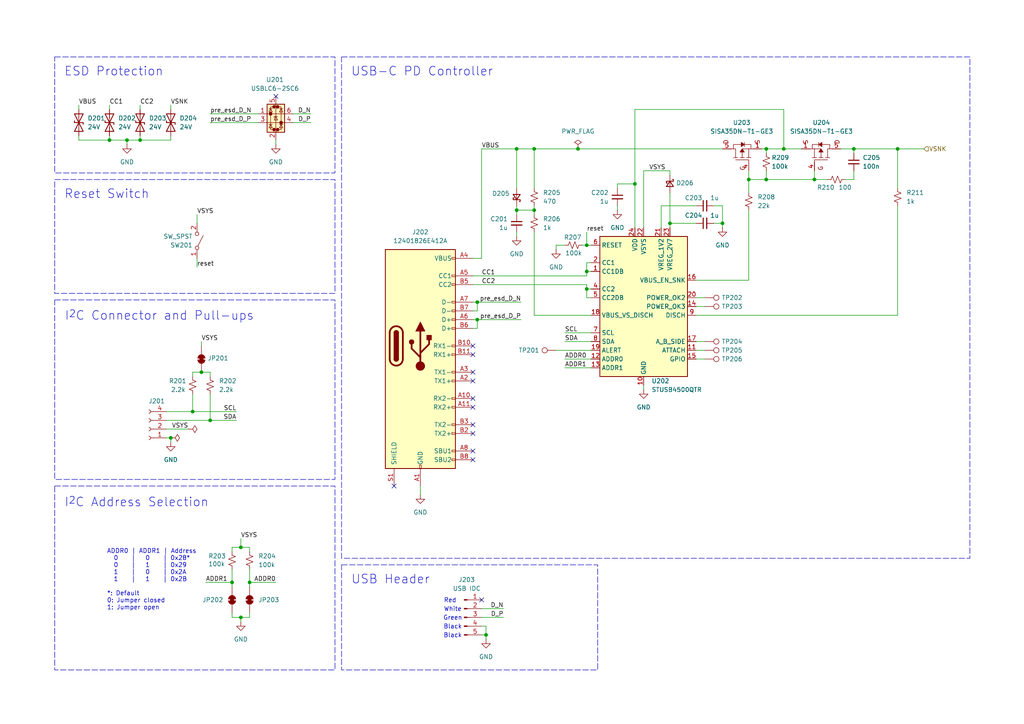
<source format=kicad_sch>
(kicad_sch (version 20231120) (generator "eeschema") (generator_version "8.0")
  (paper "A4")
  (title_block (date "2024-10-27") (rev "0.1.0") (company "University of Wisconsin-Platteville") (comment 1 "Nicholas Loehrke"))
  (lib_symbols
    (symbol "12401826E412A:USB_C_Receptacle" (pin_names (offset 1.016))
      (property "Reference" "J201" (at 0 33.02 0))
      (property "Value" "12401826E412A" (at 0 30.48 0))
      (symbol "USB_C_Receptacle_0_0"
        (rectangle (start -0.254 -35.56) (end 0.254 -34.544))
        (rectangle (start 10.16 -32.766) (end 9.144 -33.274))
        (rectangle (start 10.16 -30.226) (end 9.144 -30.734))
        (rectangle (start 10.16 -25.146) (end 9.144 -25.654))
        (rectangle (start 10.16 -22.606) (end 9.144 -23.114))
        (rectangle (start 10.16 -17.526) (end 9.144 -18.034))
        (rectangle (start 10.16 -14.986) (end 9.144 -15.494))
        (rectangle (start 10.16 -9.906) (end 9.144 -10.414))
        (rectangle (start 10.16 -7.366) (end 9.144 -7.874))
        (rectangle (start 10.16 -2.286) (end 9.144 -2.794))
        (rectangle (start 10.16 0.254) (end 9.144 -0.254))
        (rectangle (start 10.16 5.334) (end 9.144 4.826))
        (rectangle (start 10.16 7.874) (end 9.144 7.366))
        (rectangle (start 10.16 10.414) (end 9.144 9.906))
        (rectangle (start 10.16 12.954) (end 9.144 12.446))
        (rectangle (start 10.16 18.034) (end 9.144 17.526))
        (rectangle (start 10.16 20.574) (end 9.144 20.066))
        (rectangle (start 10.16 25.654) (end 9.144 25.146))
      )
      (symbol "USB_C_Receptacle_0_1"
        (rectangle (start -10.16 27.94) (end 10.16 -35.56) (stroke (width 0.254)) (fill (type background)))
        (arc (start -8.89 -3.81) (mid -6.985 -5.7067) (end -5.08 -3.81) (stroke (width 0.508)))
        (arc (start -7.62 -3.81) (mid -6.985 -4.4423) (end -6.35 -3.81) (stroke (width 0.254)))
        (arc (start -7.62 -3.81) (mid -6.985 -4.4423) (end -6.35 -3.81) (stroke (width 0.254)) (fill (type outline)))
        (rectangle (start -7.62 -3.81) (end -6.35 3.81) (stroke (width 0.254)) (fill (type outline)))
        (arc (start -6.35 3.81) (mid -6.985 4.4423) (end -7.62 3.81) (stroke (width 0.254)))
        (arc (start -6.35 3.81) (mid -6.985 4.4423) (end -7.62 3.81) (stroke (width 0.254)) (fill (type outline)))
        (arc (start -5.08 3.81) (mid -6.985 5.7067) (end -8.89 3.81) (stroke (width 0.508)))
        (polyline (pts (xy -8.89 -3.81) (xy -8.89 3.81)) (stroke (width 0.508)))
        (polyline (pts (xy -5.08 3.81) (xy -5.08 -3.81)) (stroke (width 0.508)))
      )
      (symbol "USB_C_Receptacle_1_1"
        (circle (center -2.54 1.143) (radius 0.635) (stroke (width 0.254)) (fill (type outline)))
        (circle (center 0 -5.842) (radius 1.27) (fill (type outline)))
        (polyline (pts (xy 0 -5.842) (xy 0 4.318)) (stroke (width 0.508)))
        (polyline (pts (xy 0 -3.302) (xy -2.54 -0.762) (xy -2.54 0.508)) (stroke (width 0.508)))
        (polyline (pts (xy 0 -2.032) (xy 2.54 0.508) (xy 2.54 1.778)) (stroke (width 0.508)))
        (polyline (pts (xy -1.27 4.318) (xy 0 6.858) (xy 1.27 4.318) (xy -1.27 4.318)) (stroke (width 0.254)) (fill (type outline)))
        (rectangle (start 1.905 1.778) (end 3.175 3.048) (stroke (width 0.254)) (fill (type outline)))
        (pin passive line (at 0 -40.64 90) (length 5.08) (name "GND") (number "A1"))
        (pin bidirectional line (at 15.24 -15.24 180) (length 5.08) (name "RX2-") (number "A10"))
        (pin bidirectional line (at 15.24 -17.78 180) (length 5.08) (name "RX2+") (number "A11"))
        (pin passive line (at 0 -40.64 90) (length 5.08) hide (name "GND") (number "A12"))
        (pin bidirectional line (at 15.24 -10.16 180) (length 5.08) (name "TX1+") (number "A2"))
        (pin bidirectional line (at 15.24 -7.62 180) (length 5.08) (name "TX1-") (number "A3"))
        (pin passive line (at 15.24 25.4 180) (length 5.08) (name "VBUS") (number "A4"))
        (pin bidirectional line (at 15.24 20.32 180) (length 5.08) (name "CC1") (number "A5"))
        (pin bidirectional line (at 15.24 7.62 180) (length 5.08) (name "D+") (number "A6"))
        (pin bidirectional line (at 15.24 12.7 180) (length 5.08) (name "D-") (number "A7"))
        (pin bidirectional line (at 15.24 -30.48 180) (length 5.08) (name "SBU1") (number "A8"))
        (pin passive line (at 15.24 25.4 180) (length 5.08) hide (name "VBUS") (number "A9"))
        (pin passive line (at 0 -40.64 90) (length 5.08) hide (name "GND") (number "B1"))
        (pin bidirectional line (at 15.24 0 180) (length 5.08) (name "RX1-") (number "B10"))
        (pin bidirectional line (at 15.24 -2.54 180) (length 5.08) (name "RX1+") (number "B11"))
        (pin passive line (at 0 -40.64 90) (length 5.08) hide (name "GND") (number "B12"))
        (pin bidirectional line (at 15.24 -25.4 180) (length 5.08) (name "TX2+") (number "B2"))
        (pin bidirectional line (at 15.24 -22.86 180) (length 5.08) (name "TX2-") (number "B3"))
        (pin passive line (at 15.24 25.4 180) (length 5.08) hide (name "VBUS") (number "B4"))
        (pin bidirectional line (at 15.24 17.78 180) (length 5.08) (name "CC2") (number "B5"))
        (pin bidirectional line (at 15.24 5.08 180) (length 5.08) (name "D+") (number "B6"))
        (pin bidirectional line (at 15.24 10.16 180) (length 5.08) (name "D-") (number "B7"))
        (pin bidirectional line (at 15.24 -33.02 180) (length 5.08) (name "SBU2") (number "B8"))
        (pin passive line (at 15.24 25.4 180) (length 5.08) hide (name "VBUS") (number "B9"))
        (pin passive line (at -7.62 -40.64 90) (length 5.08) (name "SHIELD") (number "S1"))
      )
    )
    (symbol "Connector:Conn_01x04_Socket" (pin_names (offset 1.016) hide)
      (property "Reference" "J" (at 0 5.08 0))
      (property "Value" "Conn_01x04_Socket" (at 0 -7.62 0))
      (symbol "Conn_01x04_Socket_1_1"
        (arc (start 0 -4.572) (mid -0.5058 -5.08) (end 0 -5.588) (stroke (width 0.1524)))
        (arc (start 0 -2.032) (mid -0.5058 -2.54) (end 0 -3.048) (stroke (width 0.1524)))
        (polyline (pts (xy -1.27 -5.08) (xy -0.508 -5.08)) (stroke (width 0.1524)))
        (polyline (pts (xy -1.27 -2.54) (xy -0.508 -2.54)) (stroke (width 0.1524)))
        (polyline (pts (xy -1.27 0) (xy -0.508 0)) (stroke (width 0.1524)))
        (polyline (pts (xy -1.27 2.54) (xy -0.508 2.54)) (stroke (width 0.1524)))
        (arc (start 0 0.508) (mid -0.5058 0) (end 0 -0.508) (stroke (width 0.1524)))
        (arc (start 0 3.048) (mid -0.5058 2.54) (end 0 2.032) (stroke (width 0.1524)))
        (pin passive line (at -5.08 2.54 0) (length 3.81) (name "Pin_1") (number "1"))
        (pin passive line (at -5.08 0 0) (length 3.81) (name "Pin_2") (number "2"))
        (pin passive line (at -5.08 -2.54 0) (length 3.81) (name "Pin_3") (number "3"))
        (pin passive line (at -5.08 -5.08 0) (length 3.81) (name "Pin_4") (number "4"))
      )
    )
    (symbol "Connector:Conn_01x05_Pin" (pin_names (offset 1.016) hide)
      (property "Reference" "J" (at 0 7.62 0))
      (property "Value" "Conn_01x05_Pin" (at 0 -7.62 0))
      (symbol "Conn_01x05_Pin_1_1"
        (polyline (pts (xy 1.27 -5.08) (xy 0.8636 -5.08)) (stroke (width 0.1524)))
        (polyline (pts (xy 1.27 -2.54) (xy 0.8636 -2.54)) (stroke (width 0.1524)))
        (polyline (pts (xy 1.27 0) (xy 0.8636 0)) (stroke (width 0.1524)))
        (polyline (pts (xy 1.27 2.54) (xy 0.8636 2.54)) (stroke (width 0.1524)))
        (polyline (pts (xy 1.27 5.08) (xy 0.8636 5.08)) (stroke (width 0.1524)))
        (rectangle (start 0.8636 -4.953) (end 0 -5.207) (stroke (width 0.1524)) (fill (type outline)))
        (rectangle (start 0.8636 -2.413) (end 0 -2.667) (stroke (width 0.1524)) (fill (type outline)))
        (rectangle (start 0.8636 0.127) (end 0 -0.127) (stroke (width 0.1524)) (fill (type outline)))
        (rectangle (start 0.8636 2.667) (end 0 2.413) (stroke (width 0.1524)) (fill (type outline)))
        (rectangle (start 0.8636 5.207) (end 0 4.953) (stroke (width 0.1524)) (fill (type outline)))
        (pin passive line (at 5.08 5.08 180) (length 3.81) (name "Pin_1") (number "1"))
        (pin passive line (at 5.08 2.54 180) (length 3.81) (name "Pin_2") (number "2"))
        (pin passive line (at 5.08 0 180) (length 3.81) (name "Pin_3") (number "3"))
        (pin passive line (at 5.08 -2.54 180) (length 3.81) (name "Pin_4") (number "4"))
        (pin passive line (at 5.08 -5.08 180) (length 3.81) (name "Pin_5") (number "5"))
      )
    )
    (symbol "Connector:TestPoint" (pin_numbers hide) (pin_names (offset 0.762) hide)
      (property "Reference" "TP" (at 0 6.858 0))
      (property "Value" "TestPoint" (at 0 5.08 0))
      (symbol "TestPoint_0_1"
        (circle (center 0 3.302) (radius 0.762))
      )
      (symbol "TestPoint_1_1"
        (pin passive line (at 0 0 90) (length 2.54) (name "1") (number "1"))
      )
    )
    (symbol "Device:C_Small" (pin_numbers hide) (pin_names (offset 0.254) hide)
      (property "Reference" "C" (at 0.254 1.778 0))
      (property "Value" "C_Small" (at 0.254 -2.032 0))
      (symbol "C_Small_0_1"
        (polyline (pts (xy -1.524 -0.508) (xy 1.524 -0.508)) (stroke (width 0.3302)))
        (polyline (pts (xy -1.524 0.508) (xy 1.524 0.508)) (stroke (width 0.3048)))
      )
      (symbol "C_Small_1_1"
        (pin passive line (at 0 2.54 270) (length 2.032) (name "~") (number "1"))
        (pin passive line (at 0 -2.54 90) (length 2.032) (name "~") (number "2"))
      )
    )
    (symbol "Device:D_Schottky_Small" (pin_numbers hide) (pin_names (offset 0.254) hide)
      (property "Reference" "D" (at -1.27 2.032 0))
      (property "Value" "D_Schottky_Small" (at -7.112 -2.032 0))
      (symbol "D_Schottky_Small_0_1"
        (polyline (pts (xy -0.762 0) (xy 0.762 0)))
        (polyline (pts (xy 0.762 -1.016) (xy -0.762 0) (xy 0.762 1.016) (xy 0.762 -1.016)) (stroke (width 0.254)))
        (polyline (pts (xy -1.27 0.762) (xy -1.27 1.016) (xy -0.762 1.016) (xy -0.762 -1.016) (xy -0.254 -1.016) (xy -0.254 -0.762)) (stroke (width 0.254)))
      )
      (symbol "D_Schottky_Small_1_1"
        (pin passive line (at -2.54 0 0) (length 1.778) (name "K") (number "1"))
        (pin passive line (at 2.54 0 180) (length 1.778) (name "A") (number "2"))
      )
    )
    (symbol "Device:D_TVS" (pin_numbers hide) (pin_names (offset 1.016) hide)
      (property "Reference" "D" (at 0 2.54 0))
      (property "Value" "D_TVS" (at 0 -2.54 0))
      (symbol "D_TVS_0_1"
        (polyline (pts (xy 1.27 0) (xy -1.27 0)))
        (polyline (pts (xy 0.508 1.27) (xy 0 1.27) (xy 0 -1.27) (xy -0.508 -1.27)) (stroke (width 0.254)))
        (polyline (pts (xy -2.54 1.27) (xy -2.54 -1.27) (xy 2.54 1.27) (xy 2.54 -1.27) (xy -2.54 1.27)) (stroke (width 0.254)))
      )
      (symbol "D_TVS_1_1"
        (pin passive line (at -3.81 0 0) (length 2.54) (name "A1") (number "1"))
        (pin passive line (at 3.81 0 180) (length 2.54) (name "A2") (number "2"))
      )
    )
    (symbol "Device:R_Small_US" (pin_numbers hide) (pin_names (offset 0.254) hide)
      (property "Reference" "R" (at 0.762 0.508 0))
      (property "Value" "R_Small_US" (at 0.762 -1.016 0))
      (symbol "R_Small_US_1_1"
        (polyline (pts (xy 0 0) (xy 1.016 -0.381) (xy 0 -0.762) (xy -1.016 -1.143) (xy 0 -1.524)))
        (polyline (pts (xy 0 1.524) (xy 1.016 1.143) (xy 0 0.762) (xy -1.016 0.381) (xy 0 0)))
        (pin passive line (at 0 2.54 270) (length 1.016) (name "~") (number "1"))
        (pin passive line (at 0 -2.54 90) (length 1.016) (name "~") (number "2"))
      )
    )
    (symbol "Jumper:SolderJumper_2_Bridged" (pin_numbers hide) (pin_names (offset 0) hide) (exclude_from_sim yes) (in_bom no)
      (property "Reference" "JP" (at 0 2.032 0))
      (property "Value" "SolderJumper_2_Bridged" (at 0 -2.54 0))
      (symbol "SolderJumper_2_Bridged_0_1"
        (rectangle (start -0.508 0.508) (end 0.508 -0.508) (fill (type outline)))
        (arc (start -0.254 1.016) (mid -1.2656 0) (end -0.254 -1.016))
        (arc (start -0.254 1.016) (mid -1.2656 0) (end -0.254 -1.016) (fill (type outline)))
        (polyline (pts (xy -0.254 1.016) (xy -0.254 -1.016)))
        (polyline (pts (xy 0.254 1.016) (xy 0.254 -1.016)))
        (arc (start 0.254 -1.016) (mid 1.2656 0) (end 0.254 1.016))
        (arc (start 0.254 -1.016) (mid 1.2656 0) (end 0.254 1.016) (fill (type outline)))
      )
      (symbol "SolderJumper_2_Bridged_1_1"
        (pin passive line (at -3.81 0 0) (length 2.54) (name "A") (number "1"))
        (pin passive line (at 3.81 0 180) (length 2.54) (name "B") (number "2"))
      )
    )
    (symbol "SISA35DN-T1-GE3:SISA35DN-T1-GE3"
      (property "Reference" "U" (at 5.842 -3.302 0))
      (property "MPN" "SISA35DN-T1-GE3" (at 14.224 -5.334 0))
      (symbol "SISA35DN-T1-GE3_0_1"
        (polyline (pts (xy 0 -6.985) (xy 0 -8.255)))
        (polyline (pts (xy 0 -5.715) (xy 1.905 -5.715)))
        (polyline (pts (xy 0 -5.08) (xy 0 -6.35)))
        (polyline (pts (xy 0 -3.175) (xy 0 -4.445)))
        (polyline (pts (xy 2.54 -8.89) (xy 2.54 -8.255)))
        (polyline (pts (xy 2.54 -3.175) (xy 2.54 -2.54)))
        (polyline (pts (xy 3.175 -5.08) (xy 4.445 -5.08)))
        (polyline (pts (xy -0.635 -7.62) (xy -0.635 -3.81) (xy -1.27 -3.81)))
        (polyline (pts (xy 0 -3.81) (xy 2.54 -3.81) (xy 2.54 -5.715)))
        (polyline (pts (xy 2.54 -8.255) (xy 2.54 -7.62) (xy 0 -7.62)))
        (polyline (pts (xy 2.54 -8.255) (xy 3.81 -8.255) (xy 3.81 -5.715)))
        (polyline (pts (xy 2.54 -5.715) (xy 1.6169 -6.3499) (xy 1.6169 -5.0799) (xy 2.54 -5.7024)) (fill (type outline)))
        (polyline (pts (xy 3.81 -5.08) (xy 3.81 -3.175) (xy 2.54 -3.175) (xy 2.54 -3.81)))
        (polyline (pts (xy 3.81 -5.08) (xy 4.4449 -6.0031) (xy 3.1749 -6.0031) (xy 3.7974 -5.08)) (fill (type outline)))
      )
      (symbol "SISA35DN-T1-GE3_1_1"
        (text "D" (at 4.572 -10.414 0) (effects (font (size 1.27 1.27))))
        (text "G" (at -3.048 -5.588 0) (effects (font (size 1.27 1.27))))
        (text "S" (at 4.572 -1.27 0) (effects (font (size 1.27 1.27))))
        (pin passive line (at 2.54 0 270) (length 2.54) (name "") (number "1"))
        (pin passive line (at 2.54 0 270) (length 2.54) hide (name "") (number "2"))
        (pin passive line (at 2.54 0 270) (length 2.54) hide (name "") (number "3"))
        (pin passive line (at -3.81 -3.81 0) (length 2.54) (name "") (number "4"))
        (pin passive line (at 2.54 -11.43 90) (length 2.54) (name "") (number "5"))
        (pin passive line (at 2.54 -11.43 90) (length 2.54) hide (name "") (number "6"))
        (pin passive line (at 2.54 -11.43 90) (length 2.54) hide (name "") (number "7"))
        (pin passive line (at 2.54 -11.43 90) (length 2.54) hide (name "") (number "8"))
      )
    )
    (symbol "SISA35DN-T1-GE3_1"
      (property "Reference" "U" (at 5.842 -3.302 0))
      (property "MPN" "SISA35DN-T1-GE3" (at 14.224 -5.334 0))
      (symbol "SISA35DN-T1-GE3_1_0_1"
        (polyline (pts (xy 0 -6.985) (xy 0 -8.255)))
        (polyline (pts (xy 0 -5.715) (xy 1.905 -5.715)))
        (polyline (pts (xy 0 -5.08) (xy 0 -6.35)))
        (polyline (pts (xy 0 -3.175) (xy 0 -4.445)))
        (polyline (pts (xy 2.54 -8.89) (xy 2.54 -8.255)))
        (polyline (pts (xy 2.54 -3.175) (xy 2.54 -2.54)))
        (polyline (pts (xy 3.175 -5.08) (xy 4.445 -5.08)))
        (polyline (pts (xy -0.635 -7.62) (xy -0.635 -3.81) (xy -1.27 -3.81)))
        (polyline (pts (xy 0 -3.81) (xy 2.54 -3.81) (xy 2.54 -5.715)))
        (polyline (pts (xy 2.54 -8.255) (xy 2.54 -7.62) (xy 0 -7.62)))
        (polyline (pts (xy 2.54 -8.255) (xy 3.81 -8.255) (xy 3.81 -5.715)))
        (polyline (pts (xy 2.54 -5.715) (xy 1.6169 -6.3499) (xy 1.6169 -5.0799) (xy 2.54 -5.7024)) (fill (type outline)))
        (polyline (pts (xy 3.81 -5.08) (xy 3.81 -3.175) (xy 2.54 -3.175) (xy 2.54 -3.81)))
        (polyline (pts (xy 3.81 -5.08) (xy 4.4449 -6.0031) (xy 3.1749 -6.0031) (xy 3.7974 -5.08)) (fill (type outline)))
      )
      (symbol "SISA35DN-T1-GE3_1_1_1"
        (text "D" (at 4.572 -10.414 0) (effects (font (size 1.27 1.27))))
        (text "G" (at -3.048 -5.588 0) (effects (font (size 1.27 1.27))))
        (text "S" (at 4.572 -1.27 0) (effects (font (size 1.27 1.27))))
        (pin passive line (at 2.54 0 270) (length 2.54) (name "") (number "1"))
        (pin passive line (at 2.54 0 270) (length 2.54) hide (name "") (number "2"))
        (pin passive line (at 2.54 0 270) (length 2.54) hide (name "") (number "3"))
        (pin passive line (at -3.81 -3.81 0) (length 2.54) (name "") (number "4"))
        (pin passive line (at 2.54 -11.43 90) (length 2.54) (name "") (number "5"))
        (pin passive line (at 2.54 -11.43 90) (length 2.54) hide (name "") (number "6"))
        (pin passive line (at 2.54 -11.43 90) (length 2.54) hide (name "") (number "7"))
        (pin passive line (at 2.54 -11.43 90) (length 2.54) hide (name "") (number "8"))
      )
    )
    (symbol "STUSB4500QTR:STUSB4500QTR"
      (property "Reference" "U" (at -12.7 21.59 0))
      (property "Value" "STUSB4500QTR" (at 8.89 -21.59 0))
      (symbol "STUSB4500QTR_0_1"
        (rectangle (start -12.7 20.32) (end 12.7 -20.32) (stroke (width 0.254)) (fill (type background)))
      )
      (symbol "STUSB4500QTR_1_1"
        (pin bidirectional line (at -15.24 10.16 0) (length 2.54) (name "CC1DB") (number "1"))
        (pin power_in line (at 0 -22.86 90) (length 2.54) (name "GND") (number "10"))
        (pin open_collector line (at 15.24 -12.7 180) (length 2.54) (name "ATTACH") (number "11"))
        (pin input line (at -15.24 -15.24 0) (length 2.54) (name "ADDR0") (number "12"))
        (pin input line (at -15.24 -17.78 0) (length 2.54) (name "ADDR1") (number "13"))
        (pin open_collector line (at 15.24 0 180) (length 2.54) (name "POWER_OK3") (number "14"))
        (pin open_collector line (at 15.24 -15.24 180) (length 2.54) (name "GPIO") (number "15"))
        (pin open_collector line (at 15.24 7.62 180) (length 2.54) (name "VBUS_EN_SNK") (number "16"))
        (pin open_collector line (at 15.24 -10.16 180) (length 2.54) (name "A_B_SIDE") (number "17"))
        (pin input line (at -15.24 -2.54 0) (length 2.54) (name "VBUS_VS_DISCH") (number "18"))
        (pin open_collector line (at -15.24 -12.7 0) (length 2.54) (name "ALERT") (number "19"))
        (pin bidirectional line (at -15.24 12.7 0) (length 2.54) (name "CC1") (number "2"))
        (pin open_collector line (at 15.24 2.54 180) (length 2.54) (name "POWER_OK2") (number "20"))
        (pin power_out line (at 5.08 22.86 270) (length 2.54) (name "VREG_1V2") (number "21"))
        (pin power_in line (at 0 22.86 270) (length 2.54) (name "VSYS") (number "22"))
        (pin power_out line (at 7.62 22.86 270) (length 2.54) (name "VREG_2V7") (number "23"))
        (pin power_in line (at -2.54 22.86 270) (length 2.54) (name "VDD") (number "24"))
        (pin passive line (at 0 -22.86 90) (length 2.54) hide (name "GND") (number "25"))
        (pin no_connect line (at -12.7 15.24 0) (length 2.54) hide (name "NC") (number "3"))
        (pin bidirectional line (at -15.24 5.08 0) (length 2.54) (name "CC2") (number "4"))
        (pin bidirectional line (at -15.24 2.54 0) (length 2.54) (name "CC2DB") (number "5"))
        (pin input line (at -15.24 17.78 0) (length 2.54) (name "RESET") (number "6"))
        (pin input line (at -15.24 -7.62 0) (length 2.54) (name "SCL") (number "7"))
        (pin bidirectional line (at -15.24 -10.16 0) (length 2.54) (name "SDA") (number "8"))
        (pin bidirectional line (at 15.24 -2.54 180) (length 2.54) (name "DISCH") (number "9"))
      )
    )
    (symbol "Switch:SW_SPST" (pin_names (offset 0) hide)
      (property "Reference" "SW" (at 0 3.175 0))
      (property "Value" "SW_SPST" (at 0 -2.54 0))
      (symbol "SW_SPST_0_0"
        (circle (center -2.032 0) (radius 0.508))
        (polyline (pts (xy -1.524 0.254) (xy 1.524 1.778)))
        (circle (center 2.032 0) (radius 0.508))
      )
      (symbol "SW_SPST_1_1"
        (pin passive line (at -5.08 0 0) (length 2.54) (name "A") (number "1"))
        (pin passive line (at 5.08 0 180) (length 2.54) (name "B") (number "2"))
      )
    )
    (symbol "USBLC6-2SC6:USBLC6-2SC6" (pin_names hide)
      (property "Reference" "U" (at 0.635 5.715 0))
      (property "Value" "USBLC6-2SC6" (at 0.635 3.81 0))
      (symbol "USBLC6-2SC6_0_0"
        (circle (center -1.524 0) (radius 0.0001) (stroke (width 0.508)))
        (circle (center -0.508 -4.572) (radius 0.0001) (stroke (width 0.508)))
        (circle (center -0.508 2.032) (radius 0.0001) (stroke (width 0.508)))
        (circle (center 0.508 -4.572) (radius 0.0001) (stroke (width 0.508)))
        (circle (center 0.508 2.032) (radius 0.0001) (stroke (width 0.508)))
        (circle (center 1.524 -2.54) (radius 0.0001) (stroke (width 0.508)))
      )
      (symbol "USBLC6-2SC6_0_1"
        (polyline (pts (xy -2.54 -2.54) (xy 2.54 -2.54)))
        (polyline (pts (xy -2.54 0) (xy 2.54 0)))
        (polyline (pts (xy -2.032 -3.048) (xy -1.016 -3.048)))
        (polyline (pts (xy -1.016 1.524) (xy -2.032 1.524)))
        (polyline (pts (xy 1.016 -3.048) (xy 2.032 -3.048)))
        (polyline (pts (xy 1.016 1.524) (xy 2.032 1.524)))
        (polyline (pts (xy -0.508 -1.143) (xy -0.508 -0.762) (xy 0.508 -0.762)))
        (polyline (pts (xy -2.032 0.508) (xy -1.016 0.508) (xy -1.524 1.524) (xy -2.032 0.508)))
        (polyline (pts (xy -1.016 -4.064) (xy -2.032 -4.064) (xy -1.524 -3.048) (xy -1.016 -4.064)))
        (polyline (pts (xy 0.508 -1.778) (xy -0.508 -1.778) (xy 0 -0.762) (xy 0.508 -1.778)))
        (polyline (pts (xy 2.032 -4.064) (xy 1.016 -4.064) (xy 1.524 -3.048) (xy 2.032 -4.064)))
        (polyline (pts (xy 2.032 0.508) (xy 1.016 0.508) (xy 1.524 1.524) (xy 2.032 0.508)))
        (polyline (pts (xy 0 2.54) (xy -0.508 2.032) (xy 0.508 2.032) (xy 0 1.524) (xy 0 -4.064) (xy -0.508 -4.572) (xy 0.508 -4.572) (xy 0 -5.08)))
      )
      (symbol "USBLC6-2SC6_1_1"
        (rectangle (start -2.54 2.794) (end 2.54 -5.334) (stroke (width 0.254)) (fill (type background)))
        (polyline (pts (xy -0.508 2.032) (xy -1.524 2.032) (xy -1.524 -4.572) (xy -0.508 -4.572)))
        (polyline (pts (xy 0.508 -4.572) (xy 1.524 -4.572) (xy 1.524 2.032) (xy 0.508 2.032)))
        (pin passive line (at -5.08 0 0) (length 2.54) (name "I/O1") (number "1"))
        (pin passive line (at 0 -7.62 90) (length 2.54) (name "GND") (number "2"))
        (pin passive line (at -5.08 -2.54 0) (length 2.54) (name "I/O2") (number "3"))
        (pin passive line (at 5.08 -2.54 180) (length 2.54) (name "I/O2") (number "4"))
        (pin passive line (at 0 5.08 270) (length 2.54) (name "VBUS") (number "5"))
        (pin passive line (at 5.08 0 180) (length 2.54) (name "I/O1") (number "6"))
      )
    )
    (symbol "power:GND" (power) (pin_numbers hide) (pin_names (offset 0) hide)
      (property "Value" "GND" (at 0 -3.81 0))
      (symbol "GND_0_1"
        (polyline (pts (xy 0 0) (xy 0 -1.27) (xy 1.27 -1.27) (xy 0 -2.54) (xy -1.27 -1.27) (xy 0 -1.27)))
      )
      (symbol "GND_1_1"
        (pin power_in line (at 0 0 270) (length 0) (name "~") (number "1"))
      )
    )
    (symbol "power:PWR_FLAG" (power) (pin_numbers hide) (pin_names (offset 0) hide)
      (property "Value" "PWR_FLAG" (at 0 3.81 0))
      (symbol "PWR_FLAG_0_0"
        (pin power_out line (at 0 0 90) (length 0) (name "~") (number "1"))
      )
      (symbol "PWR_FLAG_0_1"
        (polyline (pts (xy 0 0) (xy 0 1.27) (xy -1.016 1.905) (xy 0 2.54) (xy 1.016 1.905) (xy 0 1.27)))
      )
    )
  )
  (junction (at 222.25 43.18))
  (junction (at 247.65 43.18))
  (junction (at 49.53 127))
  (junction (at 184.15 53.34))
  (junction (at 222.25 52.07))
  (junction (at 138.43 92.71))
  (junction (at 170.18 71.12))
  (junction (at 149.86 43.18))
  (junction (at 60.96 121.92))
  (junction (at 72.39 168.91))
  (junction (at 36.83 40.64))
  (junction (at 69.85 179.07))
  (junction (at 167.64 43.18))
  (junction (at 149.86 60.96))
  (junction (at 170.18 78.74))
  (junction (at 154.94 60.96))
  (junction (at 170.18 83.82))
  (junction (at 40.64 40.64))
  (junction (at 217.17 52.07))
  (junction (at 67.31 168.91))
  (junction (at 69.85 158.75))
  (junction (at 209.55 64.77))
  (junction (at 236.22 52.07))
  (junction (at 140.97 184.15))
  (junction (at 227.33 43.18))
  (junction (at 58.42 107.95))
  (junction (at 31.75 40.64))
  (junction (at 55.88 119.38))
  (junction (at 154.94 43.18))
  (junction (at 194.31 64.77))
  (junction (at 138.43 87.63))
  (junction (at 260.35 43.18))
  (no_connect (at 137.16 123.19))
  (no_connect (at 137.16 133.35))
  (no_connect (at 137.16 107.95))
  (no_connect (at 137.16 118.11))
  (no_connect (at 137.16 110.49))
  (no_connect (at 137.16 100.33))
  (no_connect (at 114.3 140.97))
  (no_connect (at 139.7 173.99))
  (no_connect (at 137.16 130.81))
  (no_connect (at 137.16 115.57))
  (no_connect (at 137.16 125.73))
  (no_connect (at 137.16 102.87))
  (no_connect (at 80.01 27.94))
  (wire (pts (xy 149.86 67.31) (xy 149.86 68.58)))
  (wire (pts (xy 161.29 101.6) (xy 171.45 101.6)))
  (wire (pts (xy 247.65 43.18) (xy 247.65 44.45)))
  (wire (pts (xy 55.88 119.38) (xy 48.26 119.38)))
  (wire (pts (xy 146.05 179.07) (xy 139.7 179.07)))
  (wire (pts (xy 260.35 43.18) (xy 267.97 43.18)))
  (wire (pts (xy 137.16 82.55) (xy 170.18 82.55)))
  (wire (pts (xy 67.31 165.1) (xy 67.31 168.91)))
  (wire (pts (xy 149.86 60.96) (xy 149.86 62.23)))
  (wire (pts (xy 72.39 158.75) (xy 72.39 160.02)))
  (wire (pts (xy 161.29 72.39) (xy 161.29 71.12)))
  (wire (pts (xy 137.16 80.01) (xy 170.18 80.01)))
  (wire (pts (xy 186.69 49.53) (xy 194.31 49.53)))
  (wire (pts (xy 72.39 177.8) (xy 72.39 179.07)))
  (wire (pts (xy 170.18 71.12) (xy 171.45 71.12)))
  (wire (pts (xy 49.53 30.48) (xy 49.53 31.75)))
  (wire (pts (xy 201.93 59.69) (xy 191.77 59.69)))
  (wire (pts (xy 140.97 181.61) (xy 140.97 184.15)))
  (wire (pts (xy 90.17 35.56) (xy 85.09 35.56)))
  (wire (pts (xy 201.93 91.44) (xy 260.35 91.44)))
  (wire (pts (xy 163.83 99.06) (xy 171.45 99.06)))
  (wire (pts (xy 67.31 160.02) (xy 67.31 158.75)))
  (wire (pts (xy 72.39 168.91) (xy 72.39 170.18)))
  (wire (pts (xy 74.93 33.02) (xy 60.96 33.02)))
  (wire (pts (xy 247.65 43.18) (xy 260.35 43.18)))
  (wire (pts (xy 170.18 82.55) (xy 170.18 83.82)))
  (wire (pts (xy 137.16 92.71) (xy 138.43 92.71)))
  (wire (pts (xy 48.26 127) (xy 49.53 127)))
  (wire (pts (xy 137.16 87.63) (xy 138.43 87.63)))
  (wire (pts (xy 149.86 43.18) (xy 154.94 43.18)))
  (wire (pts (xy 247.65 52.07) (xy 245.11 52.07)))
  (wire (pts (xy 170.18 80.01) (xy 170.18 78.74)))
  (wire (pts (xy 217.17 52.07) (xy 222.25 52.07)))
  (wire (pts (xy 171.45 76.2) (xy 170.18 76.2)))
  (wire (pts (xy 67.31 158.75) (xy 69.85 158.75)))
  (wire (pts (xy 186.69 111.76) (xy 186.69 113.03)))
  (wire (pts (xy 163.83 106.68) (xy 171.45 106.68)))
  (wire (pts (xy 31.75 30.48) (xy 31.75 31.75)))
  (wire (pts (xy 72.39 165.1) (xy 72.39 168.91)))
  (wire (pts (xy 31.75 39.37) (xy 31.75 40.64)))
  (wire (pts (xy 222.25 43.18) (xy 222.25 44.45)))
  (wire (pts (xy 227.33 31.75) (xy 227.33 43.18)))
  (wire (pts (xy 201.93 99.06) (xy 204.47 99.06)))
  (wire (pts (xy 186.69 49.53) (xy 186.69 66.04)))
  (wire (pts (xy 138.43 87.63) (xy 138.43 90.17)))
  (wire (pts (xy 161.29 71.12) (xy 163.83 71.12)))
  (wire (pts (xy 139.7 43.18) (xy 149.86 43.18)))
  (wire (pts (xy 154.94 59.69) (xy 154.94 60.96)))
  (wire (pts (xy 154.94 67.31) (xy 154.94 91.44)))
  (wire (pts (xy 146.05 176.53) (xy 139.7 176.53)))
  (wire (pts (xy 167.64 43.18) (xy 209.55 43.18)))
  (wire (pts (xy 138.43 92.71) (xy 138.43 95.25)))
  (wire (pts (xy 222.25 43.18) (xy 227.33 43.18)))
  (wire (pts (xy 222.25 52.07) (xy 236.22 52.07)))
  (wire (pts (xy 22.86 40.64) (xy 31.75 40.64)))
  (wire (pts (xy 68.58 121.92) (xy 60.96 121.92)))
  (wire (pts (xy 260.35 91.44) (xy 260.35 59.69)))
  (wire (pts (xy 40.64 39.37) (xy 40.64 40.64)))
  (wire (pts (xy 209.55 64.77) (xy 209.55 66.04)))
  (wire (pts (xy 36.83 40.64) (xy 36.83 41.91)))
  (wire (pts (xy 220.98 43.18) (xy 222.25 43.18)))
  (wire (pts (xy 194.31 50.8) (xy 194.31 49.53)))
  (wire (pts (xy 59.69 168.91) (xy 67.31 168.91)))
  (wire (pts (xy 60.96 114.3) (xy 60.96 121.92)))
  (wire (pts (xy 154.94 54.61) (xy 154.94 43.18)))
  (wire (pts (xy 138.43 90.17) (xy 137.16 90.17)))
  (wire (pts (xy 72.39 168.91) (xy 80.01 168.91)))
  (wire (pts (xy 149.86 60.96) (xy 154.94 60.96)))
  (wire (pts (xy 201.93 104.14) (xy 204.47 104.14)))
  (wire (pts (xy 31.75 40.64) (xy 36.83 40.64)))
  (wire (pts (xy 217.17 49.53) (xy 217.17 52.07)))
  (wire (pts (xy 58.42 99.06) (xy 58.42 100.33)))
  (wire (pts (xy 163.83 96.52) (xy 171.45 96.52)))
  (wire (pts (xy 67.31 177.8) (xy 67.31 179.07)))
  (wire (pts (xy 69.85 179.07) (xy 72.39 179.07)))
  (wire (pts (xy 69.85 179.07) (xy 67.31 179.07)))
  (wire (pts (xy 121.92 140.97) (xy 121.92 143.51)))
  (wire (pts (xy 154.94 43.18) (xy 167.64 43.18)))
  (wire (pts (xy 149.86 59.69) (xy 149.86 60.96)))
  (wire (pts (xy 201.93 86.36) (xy 204.47 86.36)))
  (wire (pts (xy 138.43 95.25) (xy 137.16 95.25)))
  (wire (pts (xy 40.64 30.48) (xy 40.64 31.75)))
  (wire (pts (xy 60.96 35.56) (xy 74.93 35.56)))
  (wire (pts (xy 137.16 74.93) (xy 139.7 74.93)))
  (wire (pts (xy 49.53 127) (xy 49.53 128.27)))
  (wire (pts (xy 138.43 87.63) (xy 151.13 87.63)))
  (wire (pts (xy 139.7 74.93) (xy 139.7 43.18)))
  (wire (pts (xy 60.96 109.22) (xy 60.96 107.95)))
  (wire (pts (xy 22.86 30.48) (xy 22.86 31.75)))
  (wire (pts (xy 80.01 40.64) (xy 80.01 41.91)))
  (wire (pts (xy 69.85 158.75) (xy 72.39 158.75)))
  (wire (pts (xy 139.7 181.61) (xy 140.97 181.61)))
  (wire (pts (xy 22.86 39.37) (xy 22.86 40.64)))
  (wire (pts (xy 217.17 52.07) (xy 217.17 55.88)))
  (wire (pts (xy 69.85 179.07) (xy 69.85 180.34)))
  (wire (pts (xy 170.18 86.36) (xy 171.45 86.36)))
  (wire (pts (xy 55.88 109.22) (xy 55.88 107.95)))
  (wire (pts (xy 170.18 76.2) (xy 170.18 78.74)))
  (wire (pts (xy 227.33 43.18) (xy 232.41 43.18)))
  (wire (pts (xy 170.18 78.74) (xy 171.45 78.74)))
  (wire (pts (xy 68.58 119.38) (xy 55.88 119.38)))
  (wire (pts (xy 171.45 91.44) (xy 154.94 91.44)))
  (wire (pts (xy 57.15 77.47) (xy 57.15 74.93)))
  (wire (pts (xy 207.01 64.77) (xy 209.55 64.77)))
  (wire (pts (xy 260.35 43.18) (xy 260.35 54.61)))
  (wire (pts (xy 243.84 43.18) (xy 247.65 43.18)))
  (wire (pts (xy 207.01 59.69) (xy 209.55 59.69)))
  (wire (pts (xy 179.07 53.34) (xy 184.15 53.34)))
  (wire (pts (xy 138.43 92.71) (xy 151.13 92.71)))
  (wire (pts (xy 170.18 67.31) (xy 170.18 71.12)))
  (wire (pts (xy 201.93 101.6) (xy 204.47 101.6)))
  (wire (pts (xy 90.17 33.02) (xy 85.09 33.02)))
  (wire (pts (xy 55.88 114.3) (xy 55.88 119.38)))
  (wire (pts (xy 201.93 88.9) (xy 204.47 88.9)))
  (wire (pts (xy 36.83 40.64) (xy 40.64 40.64)))
  (wire (pts (xy 69.85 156.21) (xy 69.85 158.75)))
  (wire (pts (xy 184.15 31.75) (xy 227.33 31.75)))
  (wire (pts (xy 201.93 64.77) (xy 194.31 64.77)))
  (wire (pts (xy 191.77 59.69) (xy 191.77 66.04)))
  (wire (pts (xy 194.31 55.88) (xy 194.31 64.77)))
  (wire (pts (xy 57.15 62.23) (xy 57.15 64.77)))
  (wire (pts (xy 139.7 184.15) (xy 140.97 184.15)))
  (wire (pts (xy 168.91 71.12) (xy 170.18 71.12)))
  (wire (pts (xy 154.94 60.96) (xy 154.94 62.23)))
  (wire (pts (xy 67.31 168.91) (xy 67.31 170.18)))
  (wire (pts (xy 170.18 83.82) (xy 170.18 86.36)))
  (wire (pts (xy 201.93 81.28) (xy 217.17 81.28)))
  (wire (pts (xy 222.25 49.53) (xy 222.25 52.07)))
  (wire (pts (xy 60.96 121.92) (xy 48.26 121.92)))
  (wire (pts (xy 209.55 59.69) (xy 209.55 64.77)))
  (wire (pts (xy 217.17 81.28) (xy 217.17 60.96)))
  (wire (pts (xy 49.53 39.37) (xy 49.53 40.64)))
  (wire (pts (xy 179.07 54.61) (xy 179.07 53.34)))
  (wire (pts (xy 149.86 43.18) (xy 149.86 54.61)))
  (wire (pts (xy 179.07 59.69) (xy 179.07 60.96)))
  (wire (pts (xy 236.22 49.53) (xy 236.22 52.07)))
  (wire (pts (xy 236.22 52.07) (xy 240.03 52.07)))
  (wire (pts (xy 184.15 53.34) (xy 184.15 31.75)))
  (wire (pts (xy 40.64 40.64) (xy 49.53 40.64)))
  (wire (pts (xy 194.31 64.77) (xy 194.31 66.04)))
  (wire (pts (xy 163.83 104.14) (xy 171.45 104.14)))
  (wire (pts (xy 48.26 124.46) (xy 54.61 124.46)))
  (wire (pts (xy 247.65 49.53) (xy 247.65 52.07)))
  (wire (pts (xy 55.88 107.95) (xy 58.42 107.95)))
  (wire (pts (xy 140.97 184.15) (xy 140.97 185.42)))
  (wire (pts (xy 170.18 83.82) (xy 171.45 83.82)))
  (wire (pts (xy 184.15 53.34) (xy 184.15 66.04)))
  (wire (pts (xy 60.96 107.95) (xy 58.42 107.95)))
  (rectangle (start 15.875 16.51) (end 97.155 50.165) (stroke (width 0) (type dash)))
  (rectangle (start 15.875 86.995) (end 97.155 139.065) (stroke (width 0) (type dash)))
  (rectangle (start 15.875 140.97) (end 97.155 194.31) (stroke (width 0) (type dash)))
  (rectangle (start 99.06 163.83) (end 173.355 194.31) (stroke (width 0) (type dash)))
  (rectangle (start 99.06 16.51) (end 281.305 161.925) (stroke (width 0) (type dash)))
  (rectangle (start 15.875 52.07) (end 97.155 85.09) (stroke (width 0) (type dash)))
  (text "I^{2}C Connector and Pull-ups" (at 46.228 91.694 0) (effects (font (size 2.54 2.54))))
  (text "Black" (at 131.318 184.404 0) (effects (font (size 1.27 1.27))))
  (text "Green" (at 131.318 179.324 0) (effects (font (size 1.27 1.27))))
  (text "Reset Switch" (at 30.988 56.388 0) (effects (font (size 2.54 2.54))))
  (text "Red" (at 130.556 174.244 0) (effects (font (size 1.27 1.27))))
  (text "USB Header" (at 113.284 168.148 0) (effects (font (size 2.54 2.54))))
  (text "ESD Protection" (at 33.02 20.828 0) (effects (font (size 2.54 2.54))))
  (text "USB-C PD Controller" (at 122.428 20.828 0) (effects (font (size 2.54 2.54))))
  (text "I^{2}C Address Selection" (at 39.624 145.796 0) (effects (font (size 2.54 2.54))))
  (text "Black" (at 131.318 181.864 0) (effects (font (size 1.27 1.27))))
  (text "White" (at 131.318 176.784 0) (effects (font (size 1.27 1.27))))
  (text "ADDR0 | ADDR1 | Address\n  0    |   0    | 0x28*\n  0    |   1    | 0x29\n  1    |   0    | 0x2A\n  1    |   1    | 0x2B\n\n*: Default\n0: Jumper closed\n1: Jumper open" (at 30.988 168.148 0) (effects (font (size 1.27 1.27)) (justify left)))
  (label "ADDR1" (at 59.69 168.91 0))
  (label "pre_esd_D_N" (at 60.96 33.02 0))
  (label "ADDR0" (at 163.83 104.14 0))
  (label "pre_esd_D_P" (at 151.13 92.71 180))
  (label "ADDR1" (at 163.83 106.68 0))
  (label "SCL" (at 163.83 96.52 0))
  (label "CC1" (at 31.75 30.48 0))
  (label "D_P" (at 90.17 35.56 180))
  (label "VBUS" (at 139.7 43.18 0))
  (label "pre_esd_D_P" (at 60.96 35.56 0))
  (label "CC2" (at 40.64 30.48 0))
  (label "VSYS" (at 69.85 156.21 0))
  (label "D_P" (at 146.05 179.07 180))
  (label "SDA" (at 163.83 99.06 0))
  (label "CC2" (at 139.7 82.55 0))
  (label "pre_esd_D_N" (at 151.13 87.63 180))
  (label "VSYS" (at 193.04 49.53 180))
  (label "SDA" (at 68.58 121.92 180))
  (label "VBUS" (at 22.86 30.48 0))
  (label "CC1" (at 139.7 80.01 0))
  (label "VSYS" (at 57.15 62.23 0))
  (label "D_N" (at 90.17 33.02 180))
  (label "reset" (at 57.15 77.47 0))
  (label "SCL" (at 68.58 119.38 180))
  (label "D_N" (at 146.05 176.53 180))
  (label "VSYS" (at 54.61 124.46 180))
  (label "ADDR0" (at 80.01 168.91 180))
  (label "VSNK" (at 49.53 30.48 0))
  (label "VSYS" (at 58.42 99.06 0))
  (label "reset" (at 170.18 67.31 0))
  (hierarchical_label "VSNK" (shape input) (at 267.97 43.18 0))
  (symbol (lib_id "Device:D_TVS") (at 31.75 35.56 90) (unit 1)
    (property "Reference" "D202" (at 34.29 34.2899 90) (effects (justify right)))
    (property "Value" "24V" (at 34.29 36.8299 90) (effects (justify right)))
    (property "Description" "Bidirectional transient-voltage-suppression diode" (effects (hide yes)))
  )
  (symbol (lib_id "Device:C_Small") (at 204.47 64.77 90) (unit 1)
    (property "Reference" "C204" (at 201.168 62.484 90))
    (property "Value" "1u" (at 207.264 62.484 90))
    (property "Description" "Unpolarized capacitor, small symbol" (effects (hide yes)))
  )
  (symbol (lib_id "Device:R_Small_US") (at 55.88 111.76 0) (unit 1)
    (property "Reference" "R201" (at 54.102 110.49 0) (effects (justify right)))
    (property "Value" "2.2k" (at 53.848 113.03 0) (effects (justify right)))
    (property "Description" "Resistor, small US symbol" (effects (hide yes)))
  )
  (symbol (lib_id "Device:R_Small_US") (at 67.31 162.56 180) (unit 1)
    (property "Reference" "R203" (at 65.532 161.29 0) (effects (justify left)))
    (property "Value" "100k" (at 65.278 163.576 0) (effects (justify left)))
    (property "Description" "Resistor, small US symbol" (effects (hide yes)))
  )
  (symbol (lib_id "Device:C_Small") (at 149.86 64.77 0) (unit 1)
    (property "Reference" "C201" (at 147.32 63.5062 0) (effects (justify right)))
    (property "Value" "1u" (at 147.32 66.0462 0) (effects (justify right)))
    (property "Description" "Unpolarized capacitor, small symbol" (effects (hide yes)))
  )
  (symbol (lib_id "Device:D_Schottky_Small") (at 149.86 57.15 270) (mirror x) (unit 1)
    (property "Reference" "D205" (at 147.828 56.134 90) (effects (justify right)))
    (property "Value" "D_Schottky_Small" (effects (hide yes)))
    (property "Description" "Schottky diode, small symbol" (effects (hide yes)))
  )
  (symbol (lib_id "Connector:TestPoint") (at 204.47 104.14 270) (unit 1)
    (property "Reference" "TP206" (at 209.296 104.14 90) (effects (justify left)))
    (property "Value" "TestPoint" (effects (hide yes)))
    (property "Description" "test point" (effects (hide yes)))
  )
  (symbol (lib_name "SISA35DN-T1-GE3_1") (lib_id "SISA35DN-T1-GE3:SISA35DN-T1-GE3") (at 220.98 45.72 270) (mirror x) (unit 1)
    (property "Reference" "U203" (at 215.138 35.56 90))
    (property "Datasheet" "https://www.vishay.com/docs/75831/sisa35dn.pdf" (effects (hide yes)))
    (property "MPN" "SISA35DN-T1-GE3" (at 215.138 38.1 90))
  )
  (symbol (lib_id "Device:C_Small") (at 204.47 59.69 90) (unit 1)
    (property "Reference" "C203" (at 201.168 57.404 90))
    (property "Value" "1u" (at 207.264 57.404 90))
    (property "Description" "Unpolarized capacitor, small symbol" (effects (hide yes)))
  )
  (symbol (lib_id "Device:D_TVS") (at 22.86 35.56 90) (unit 1)
    (property "Reference" "D201" (at 25.4 34.2899 90) (effects (justify right)))
    (property "Value" "24V" (at 25.4 36.8299 90) (effects (justify right)))
    (property "Description" "Bidirectional transient-voltage-suppression diode" (effects (hide yes)))
  )
  (symbol (lib_id "power:GND") (at 36.83 41.91 0) (unit 1)
    (property "Reference" "#PWR0201" (effects (hide yes)))
    (property "Value" "GND" (at 36.83 46.99 0))
    (property "Description" "Power symbol creates a global label with name \"GND\" , ground" (effects (hide yes)))
  )
  (symbol (lib_id "Device:D_TVS") (at 49.53 35.56 90) (unit 1)
    (property "Reference" "D204" (at 52.07 34.2899 90) (effects (justify right)))
    (property "Value" "24V" (at 52.07 36.8299 90) (effects (justify right)))
    (property "Description" "Bidirectional transient-voltage-suppression diode" (effects (hide yes)))
  )
  (symbol (lib_id "Device:R_Small_US") (at 222.25 46.99 0) (unit 1)
    (property "Reference" "R209" (at 223.774 45.72 0) (effects (justify left)))
    (property "Value" "100k" (at 223.774 48.26 0) (effects (justify left)))
    (property "Description" "Resistor, small US symbol" (effects (hide yes)))
  )
  (symbol (lib_id "Device:R_Small_US") (at 72.39 162.56 0) (unit 1)
    (property "Reference" "R204" (at 74.93 161.2899 0) (effects (justify left)))
    (property "Value" "100k" (at 74.93 163.8299 0) (effects (justify left)))
    (property "Description" "Resistor, small US symbol" (effects (hide yes)))
  )
  (symbol (lib_id "Device:D_Schottky_Small") (at 194.31 53.34 270) (unit 1)
    (property "Reference" "D206" (at 196.088 53.086 90) (effects (justify left)))
    (property "Value" "D_Schottky_Small" (effects (hide yes)))
    (property "Description" "Schottky diode, small symbol" (effects (hide yes)))
  )
  (symbol (lib_id "power:PWR_FLAG") (at 49.53 127 270) (unit 1)
    (property "Reference" "#FLG0201" (effects (hide yes)))
    (property "Value" "PWR_FLAG" (effects (hide yes)))
    (property "Description" "Special symbol for telling ERC where power comes from" (effects (hide yes)))
  )
  (symbol (lib_id "Connector:Conn_01x05_Pin") (at 134.62 179.07 0) (unit 1)
    (property "Reference" "J203" (at 135.382 168.148 0))
    (property "Value" "USB IDC" (at 135.382 170.688 0))
    (property "Description" "Generic connector, single row, 01x05, script generated" (effects (hide yes)))
  )
  (symbol (lib_id "Device:R_Small_US") (at 260.35 57.15 0) (unit 1)
    (property "Reference" "R211" (at 262.89 55.8799 0) (effects (justify left)))
    (property "Value" "1k" (at 262.89 58.4199 0) (effects (justify left)))
    (property "Description" "Resistor, small US symbol" (effects (hide yes)))
  )
  (symbol (lib_id "Connector:Conn_01x04_Socket") (at 43.18 124.46 180) (unit 1)
    (property "Reference" "J201" (at 45.466 116.332 0))
    (property "Value" "Conn_01x04_Socket" (effects (hide yes)))
    (property "Description" "Generic connector, single row, 01x04, script generated" (effects (hide yes)))
  )
  (symbol (lib_id "Jumper:SolderJumper_2_Bridged") (at 67.31 173.99 90) (mirror x) (unit 1) (exclude_from_sim yes) (in_bom no)
    (property "Reference" "JP202" (at 64.77 173.9899 90) (effects (justify left)))
    (property "Value" "SolderJumper_2_Bridged" (effects (hide yes)))
    (property "Description" "Solder Jumper, 2-pole, closed/bridged" (effects (hide yes)))
  )
  (symbol (lib_id "power:GND") (at 121.92 143.51 0) (unit 1)
    (property "Reference" "#PWR0205" (effects (hide yes)))
    (property "Value" "GND" (at 121.92 148.59 0))
    (property "Description" "Power symbol creates a global label with name \"GND\" , ground" (effects (hide yes)))
  )
  (symbol (lib_id "Switch:SW_SPST") (at 57.15 69.85 270) (mirror x) (unit 1)
    (property "Reference" "SW201" (at 55.88 71.1201 90) (effects (justify right)))
    (property "Value" "SW_SPST" (at 55.88 68.5801 90) (effects (justify right)))
    (property "Description" "Single Pole Single Throw (SPST) switch" (effects (hide yes)))
  )
  (symbol (lib_id "power:GND") (at 179.07 60.96 0) (unit 1)
    (property "Reference" "#PWR0209" (effects (hide yes)))
    (property "Value" "GND" (at 179.07 66.04 0))
    (property "Description" "Power symbol creates a global label with name \"GND\" , ground" (effects (hide yes)))
  )
  (symbol (lib_id "STUSB4500QTR:STUSB4500QTR") (at 186.69 88.9 0) (unit 1)
    (property "Reference" "U202" (at 188.976 110.49 0) (effects (justify left)))
    (property "Value" "STUSB4500QTR" (at 188.976 113.03 0) (effects (justify left)))
    (property "Footprint" "Package_DFN_QFN:QFN-24-1EP_4x4mm_P0.5mm_EP2.7x2.7mm" (effects (hide yes)))
    (property "Datasheet" "https://www.st.com/resource/en/datasheet/stusb4500.pdf" (effects (hide yes)))
    (property "Description" "Stand-alone USB PD controller (with sink Auto-run mode), QFN-24" (effects (hide yes)))
  )
  (symbol (lib_id "Device:R_Small_US") (at 242.57 52.07 90) (unit 1)
    (property "Reference" "R210" (at 239.522 54.356 90))
    (property "Value" "100" (at 245.11 54.356 90))
    (property "Description" "Resistor, small US symbol" (effects (hide yes)))
  )
  (symbol (lib_id "power:GND") (at 161.29 72.39 0) (unit 1)
    (property "Reference" "#PWR0208" (effects (hide yes)))
    (property "Value" "GND" (at 161.29 77.47 0))
    (property "Description" "Power symbol creates a global label with name \"GND\" , ground" (effects (hide yes)))
  )
  (symbol (lib_id "power:GND") (at 80.01 41.91 0) (unit 1)
    (property "Reference" "#PWR0204" (effects (hide yes)))
    (property "Value" "GND" (at 80.01 46.99 0))
    (property "Description" "Power symbol creates a global label with name \"GND\" , ground" (effects (hide yes)))
  )
  (symbol (lib_id "Device:R_Small_US") (at 60.96 111.76 0) (unit 1)
    (property "Reference" "R202" (at 63.5 110.4899 0) (effects (justify left)))
    (property "Value" "2.2k" (at 63.5 113.0299 0) (effects (justify left)))
    (property "Description" "Resistor, small US symbol" (effects (hide yes)))
  )
  (symbol (lib_id "Device:R_Small_US") (at 217.17 58.42 0) (unit 1)
    (property "Reference" "R208" (at 219.71 57.1499 0) (effects (justify left)))
    (property "Value" "22k" (at 219.71 59.6899 0) (effects (justify left)))
    (property "Description" "Resistor, small US symbol" (effects (hide yes)))
  )
  (symbol (lib_id "Device:D_TVS") (at 40.64 35.56 90) (unit 1)
    (property "Reference" "D203" (at 43.18 34.2899 90) (effects (justify right)))
    (property "Value" "24V" (at 43.18 36.8299 90) (effects (justify right)))
    (property "Description" "Bidirectional transient-voltage-suppression diode" (effects (hide yes)))
  )
  (symbol (lib_id "Device:R_Small_US") (at 166.37 71.12 90) (unit 1)
    (property "Reference" "R207" (at 166.116 68.834 90))
    (property "Value" "100k" (at 166.37 73.406 90))
    (property "Description" "Resistor, small US symbol" (effects (hide yes)))
  )
  (symbol (lib_id "Jumper:SolderJumper_2_Bridged") (at 72.39 173.99 90) (unit 1) (exclude_from_sim yes) (in_bom no)
    (property "Reference" "JP203" (at 74.93 173.9899 90) (effects (justify right)))
    (property "Value" "SolderJumper_2_Bridged" (effects (hide yes)))
    (property "Description" "Solder Jumper, 2-pole, closed/bridged" (effects (hide yes)))
  )
  (symbol (lib_id "power:GND") (at 149.86 68.58 0) (unit 1)
    (property "Reference" "#PWR0207" (effects (hide yes)))
    (property "Value" "GND" (at 149.86 73.66 0))
    (property "Description" "Power symbol creates a global label with name \"GND\" , ground" (effects (hide yes)))
  )
  (symbol (lib_id "12401826E412A:USB_C_Receptacle") (at 121.92 100.33 0) (unit 1)
    (property "Reference" "J202" (at 121.92 67.31 0))
    (property "Value" "12401826E412A" (at 121.92 69.85 0))
    (property "Datasheet" "https://www.usb.org/sites/default/files/documents/usb_type-c.zip" (effects (hide yes)))
    (property "Description" "USB Full-Featured Type-C Receptacle connector" (effects (hide yes)))
  )
  (symbol (lib_id "Connector:TestPoint") (at 204.47 101.6 270) (unit 1)
    (property "Reference" "TP205" (at 209.296 101.6 90) (effects (justify left)))
    (property "Value" "TestPoint" (effects (hide yes)))
    (property "Description" "test point" (effects (hide yes)))
  )
  (symbol (lib_id "USBLC6-2SC6:USBLC6-2SC6") (at 80.01 33.02 0) (unit 1)
    (property "Reference" "U201" (at 79.756 23.114 0))
    (property "Value" "USBLC6-2SC6" (at 79.756 25.654 0))
    (property "Footprint" "Package_TO_SOT_SMD:SOT-23-6" (effects (hide yes)))
    (property "Datasheet" "https://www.st.com/resource/en/datasheet/usblc6-2.pdf" (effects (hide yes)))
    (property "Description" "Very low capacitance ESD protection diode, 2 data-line, SOT-23-6" (effects (hide yes)))
  )
  (symbol (lib_id "SISA35DN-T1-GE3:SISA35DN-T1-GE3") (at 232.41 45.72 90) (unit 1)
    (property "Reference" "U204" (at 238.252 35.56 90))
    (property "Datasheet" "https://www.vishay.com/docs/75831/sisa35dn.pdf" (effects (hide yes)))
    (property "MPN" "SISA35DN-T1-GE3" (at 238.252 38.1 90))
  )
  (symbol (lib_id "power:GND") (at 49.53 128.27 0) (unit 1)
    (property "Reference" "#PWR0202" (effects (hide yes)))
    (property "Value" "GND" (at 49.53 133.35 0))
    (property "Description" "Power symbol creates a global label with name \"GND\" , ground" (effects (hide yes)))
  )
  (symbol (lib_id "power:PWR_FLAG") (at 54.61 124.46 270) (unit 1)
    (property "Reference" "#FLG0202" (effects (hide yes)))
    (property "Value" "PWR_FLAG" (effects (hide yes)))
    (property "Description" "Special symbol for telling ERC where power comes from" (effects (hide yes)))
  )
  (symbol (lib_id "Device:C_Small") (at 247.65 46.99 0) (mirror y) (unit 1)
    (property "Reference" "C205" (at 250.19 45.7262 0) (effects (justify right)))
    (property "Value" "100n" (at 250.19 48.2662 0) (effects (justify right)))
    (property "Description" "Unpolarized capacitor, small symbol" (effects (hide yes)))
  )
  (symbol (lib_id "Device:C_Small") (at 179.07 57.15 0) (unit 1)
    (property "Reference" "C202" (at 176.53 55.8862 0) (effects (justify right)))
    (property "Value" "1u" (at 176.53 58.4262 0) (effects (justify right)))
    (property "Description" "Unpolarized capacitor, small symbol" (effects (hide yes)))
  )
  (symbol (lib_id "Connector:TestPoint") (at 204.47 88.9 270) (unit 1)
    (property "Reference" "TP203" (at 209.296 88.9 90) (effects (justify left)))
    (property "Value" "TestPoint" (effects (hide yes)))
    (property "Description" "test point" (effects (hide yes)))
  )
  (symbol (lib_id "power:GND") (at 209.55 66.04 0) (unit 1)
    (property "Reference" "#PWR0211" (effects (hide yes)))
    (property "Value" "GND" (at 209.55 71.12 0))
    (property "Description" "Power symbol creates a global label with name \"GND\" , ground" (effects (hide yes)))
  )
  (symbol (lib_id "Jumper:SolderJumper_2_Bridged") (at 58.42 104.14 90) (unit 1) (exclude_from_sim yes) (in_bom no)
    (property "Reference" "JP201" (at 60.198 103.886 90) (effects (justify right)))
    (property "Value" "SolderJumper_2_Bridged" (effects (hide yes)))
    (property "Description" "Solder Jumper, 2-pole, closed/bridged" (effects (hide yes)))
  )
  (symbol (lib_id "Device:R_Small_US") (at 154.94 57.15 0) (unit 1)
    (property "Reference" "R205" (at 157.48 55.8799 0) (effects (justify left)))
    (property "Value" "470" (at 157.48 58.4199 0) (effects (justify left)))
    (property "Description" "Resistor, small US symbol" (effects (hide yes)))
  )
  (symbol (lib_id "Connector:TestPoint") (at 204.47 86.36 270) (unit 1)
    (property "Reference" "TP202" (at 209.296 86.36 90) (effects (justify left)))
    (property "Value" "TestPoint" (effects (hide yes)))
    (property "Description" "test point" (effects (hide yes)))
  )
  (symbol (lib_id "power:GND") (at 186.69 113.03 0) (unit 1)
    (property "Reference" "#PWR0210" (effects (hide yes)))
    (property "Value" "GND" (at 186.69 118.11 0))
    (property "Description" "Power symbol creates a global label with name \"GND\" , ground" (effects (hide yes)))
  )
  (symbol (lib_id "Device:R_Small_US") (at 154.94 64.77 0) (unit 1)
    (property "Reference" "R206" (at 157.48 63.4999 0) (effects (justify left)))
    (property "Value" "1k" (at 157.48 66.0399 0) (effects (justify left)))
    (property "Description" "Resistor, small US symbol" (effects (hide yes)))
  )
  (symbol (lib_id "power:PWR_FLAG") (at 167.64 43.18 0) (unit 1)
    (property "Reference" "#FLG0203" (effects (hide yes)))
    (property "Value" "PWR_FLAG" (at 167.64 38.1 0))
    (property "Description" "Special symbol for telling ERC where power comes from" (effects (hide yes)))
  )
  (symbol (lib_id "Connector:TestPoint") (at 161.29 101.6 90) (unit 1)
    (property "Reference" "TP201" (at 156.464 101.6 90) (effects (justify left)))
    (property "Value" "TestPoint" (effects (hide yes)))
    (property "Description" "test point" (effects (hide yes)))
  )
  (symbol (lib_id "power:GND") (at 140.97 185.42 0) (unit 1)
    (property "Reference" "#PWR0206" (effects (hide yes)))
    (property "Value" "GND" (at 140.97 190.5 0))
    (property "Description" "Power symbol creates a global label with name \"GND\" , ground" (effects (hide yes)))
  )
  (symbol (lib_id "Connector:TestPoint") (at 204.47 99.06 270) (unit 1)
    (property "Reference" "TP204" (at 209.296 99.06 90) (effects (justify left)))
    (property "Value" "TestPoint" (effects (hide yes)))
    (property "Description" "test point" (effects (hide yes)))
  )
  (symbol (lib_id "power:GND") (at 69.85 180.34 0) (unit 1)
    (property "Reference" "#PWR0203" (effects (hide yes)))
    (property "Value" "GND" (at 69.85 185.42 0))
    (property "Description" "Power symbol creates a global label with name \"GND\" , ground" (effects (hide yes)))
  )
)
</source>
